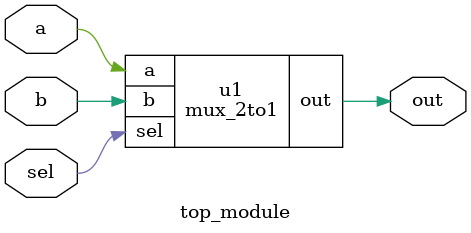
<source format=sv>
module mux_2to1 (
  input a,
  input b,
  input sel,
  output out
);

  assign out = sel ? b : a;

endmodule
module top_module (
  input a,
  input b,
  input sel,
  output out
);

  mux_2to1 u1 (
    .a(a),
    .b(b),
    .sel(sel),
    .out(out)
  );

endmodule

</source>
